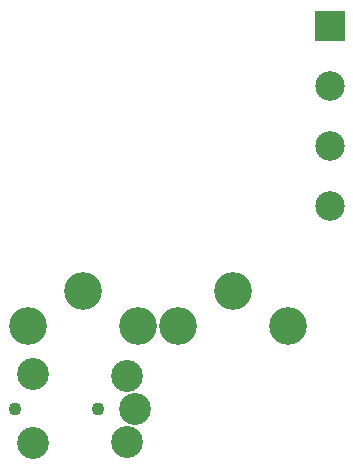
<source format=gts>
G04 DipTrace 2.4.0.2*
%INeeg.frontmask.gts*%
%MOIN*%
%ADD31C,0.0433*%
%ADD44C,0.0984*%
%ADD46R,0.0984X0.0984*%
%ADD48C,0.1063*%
%ADD56C,0.126*%
%FSLAX44Y44*%
G04*
G70*
G90*
G75*
G01*
%LNTopMask*%
%LPD*%
D56*
X13768Y8437D3*
X10106D3*
X8768D3*
X5106D3*
X11937Y9618D3*
X6937D3*
D48*
X8687Y5687D3*
X8411Y6789D3*
Y4585D3*
X5262Y6829D3*
Y4545D3*
D31*
X7427Y5687D3*
X4671D3*
D46*
X15187Y18437D3*
D44*
Y16437D3*
Y14437D3*
Y12437D3*
M02*

</source>
